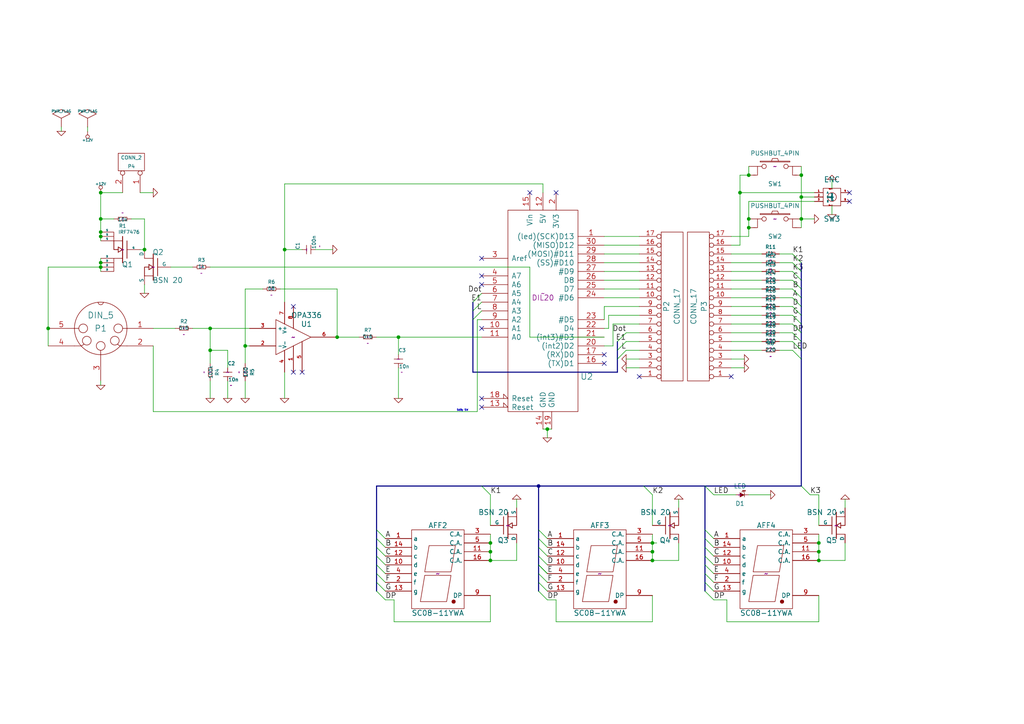
<source format=kicad_sch>
(kicad_sch (version 20230121) (generator eeschema)
  (paper "A4")
  (title_block (date "18 mar 2015"))
  (lib_symbols
    (symbol "irf7476:IRF7476" (pin_numbers hide) (pin_names (offset 0))
      (property "Reference" "Q" (at 0.254 4.318 0))
      (property "Value" "IRF7476" (at 1.27 -5.08 0))
      (symbol "IRF7476_0_0"
        (polyline (pts (xy 2.54 -2.54) (xy 2.54 -5.08)))
        (polyline (pts (xy 2.54 2.54) (xy 2.54 6.35)))
      )
      (symbol "IRF7476_0_1"
        (polyline (pts (xy -1.27 -2.54) (xy -1.27 2.54)) (stroke (width 0.2032)))
        (polyline (pts (xy 0 -3.81) (xy 0 3.81)) (stroke (width 0.254)))
        (polyline (pts (xy 2.54 -2.54) (xy 0 -2.54)))
        (polyline (pts (xy 2.54 2.54) (xy 0 2.54)))
        (polyline (pts (xy 2.54 -2.54) (xy 2.54 0) (xy 1.27 0)) (stroke (width 0.2032)))
        (polyline (pts (xy 1.27 0.762) (xy 1.27 -0.762) (xy 0 0) (xy 1.27 0.762) (xy 1.27 0.762)) (stroke (width 0.2032)))
      )
      (symbol "IRF7476_1_1"
        (pin input line (at 6.35 -2.54 180) (length 3.7084) (name "S") (number "1"))
        (pin input line (at 6.35 -3.81 180) (length 3.7084) (name "S") (number "2"))
        (pin input line (at 6.35 -5.08 180) (length 3.7084) (name "S") (number "3"))
        (pin input line (at -5.08 0 0) (length 3.81) (name "G") (number "4"))
        (pin input line (at 6.35 6.35 180) (length 3.7084) (name "D") (number "5"))
        (pin input line (at 6.35 5.08 180) (length 3.7084) (name "D") (number "6"))
        (pin input line (at 6.35 3.81 180) (length 3.7084) (name "D") (number "7"))
        (pin input line (at 6.35 2.54 180) (length 3.7084) (name "D") (number "8"))
      )
    )
    (symbol "sc08-11ywa:SC08-11YWA"
      (property "Reference" "AFF" (at 0 13.97 0))
      (property "Value" "SC08-11YWA" (at 0 -11.43 0))
      (symbol "SC08-11YWA_0_1"
        (rectangle (start -7.62 12.7) (end 7.62 -10.16))
        (polyline (pts (xy -3.81 -0.508) (xy 3.81 -0.508) (xy 2.54 -8.128) (xy -5.08 -8.128) (xy -3.81 -0.508) (xy -3.81 -0.508)))
        (polyline (pts (xy -2.54 8.128) (xy 5.08 8.128) (xy 3.81 0.508) (xy -3.81 0.508) (xy -2.54 8.128) (xy -2.54 8.128)))
        (circle (center 4.572 -8.128) (radius 0.508) (fill (type outline)))
      )
      (symbol "SC08-11YWA_1_1"
        (pin input line (at -15.24 10.16 0) (length 7.62) (name "a") (number "1"))
        (pin input line (at -15.24 2.54 0) (length 7.62) (name "d") (number "10"))
        (pin input line (at 15.24 6.35 180) (length 7.62) (name "C.A.") (number "11"))
        (pin input line (at -15.24 5.08 0) (length 7.62) (name "c") (number "12"))
        (pin input line (at -15.24 -5.08 0) (length 7.62) (name "g") (number "13"))
        (pin input line (at -15.24 7.62 0) (length 7.62) (name "b") (number "14"))
        (pin input line (at 15.24 3.81 180) (length 7.62) (name "C.A.") (number "16"))
        (pin input line (at -15.24 -2.54 0) (length 7.62) (name "f") (number "2"))
        (pin input line (at 15.24 11.43 180) (length 7.62) (name "C.A.") (number "3"))
        (pin input line (at -15.24 0 0) (length 7.62) (name "e") (number "4"))
        (pin input line (at 15.24 8.89 180) (length 7.62) (name "C.A.") (number "5"))
        (pin input line (at 15.24 -6.35 180) (length 7.62) (name "DP") (number "9"))
      )
    )
    (symbol "station-rescue:+12V" (power) (pin_numbers hide) (pin_names (offset 0))
      (property "Value" "+12V" (at 0 2.54 0))
      (symbol "+12V_0_0"
        (pin power_in line (at 0 0 90) (length 0) hide (name "+12V") (number "1"))
      )
      (symbol "+12V_0_1"
        (polyline (pts (xy 0 0) (xy 0 1.016) (xy 0 1.016)))
        (circle (center 0 1.524) (radius 0.508))
      )
    )
    (symbol "station-rescue:Arduino_Nano" (pin_names (offset 1.016))
      (property "Reference" "U" (at 12.7 -24.13 0))
      (property "Value" "Arduino_Nano" (at 19.05 -26.67 0))
      (property "Footprint" "DIL20" (at 0 -1.27 0))
      (symbol "Arduino_Nano_0_0"
        (pin power_in line (at 0 -39.37 90) (length 5.08) (name "GND") (number "14"))
        (pin power_in line (at -3.81 29.21 270) (length 5.08) (name "Vin") (number "15"))
      )
      (symbol "Arduino_Nano_0_1"
        (rectangle (start -10.16 24.13) (end 10.16 -34.29))
      )
      (symbol "Arduino_Nano_1_1"
        (pin input line (at 17.78 16.51 180) (length 7.62) (name "(led)(SCK)D13") (number "1"))
        (pin bidirectional line (at -17.78 -10.16 0) (length 7.62) (name "A1") (number "10"))
        (pin bidirectional line (at -17.78 -12.7 0) (length 7.62) (name "A0") (number "11"))
        (pin power_out line (at 0 29.21 270) (length 5.08) (name "5V") (number "12"))
        (pin input input_low (at -17.78 -33.02 0) (length 7.62) (name "Reset") (number "13"))
        (pin bidirectional line (at 17.78 -20.32 180) (length 7.62) (name "(TX)D1") (number "16"))
        (pin bidirectional line (at 17.78 -17.78 180) (length 7.62) (name "(RX)D0") (number "17"))
        (pin input input_low (at -17.78 -30.48 0) (length 7.62) (name "Reset") (number "18"))
        (pin power_in line (at 2.54 -39.37 90) (length 5.08) (name "GND") (number "19"))
        (pin power_out line (at 3.81 29.21 270) (length 5.08) (name "3V3") (number "2"))
        (pin bidirectional line (at 17.78 -15.24 180) (length 7.62) (name "(int2)D2") (number "20"))
        (pin bidirectional line (at 17.78 -12.7 180) (length 7.62) (name "(int3)#D3") (number "21"))
        (pin bidirectional line (at 17.78 -10.16 180) (length 7.62) (name "D4") (number "22"))
        (pin bidirectional line (at 17.78 -7.62 180) (length 7.62) (name "#D5") (number "23"))
        (pin bidirectional line (at 17.78 -1.27 180) (length 7.62) (name "#D6") (number "24"))
        (pin bidirectional line (at 17.78 1.27 180) (length 7.62) (name "D7") (number "25"))
        (pin bidirectional line (at 17.78 3.81 180) (length 7.62) (name "D8") (number "26"))
        (pin bidirectional line (at 17.78 6.35 180) (length 7.62) (name "#D9") (number "27"))
        (pin bidirectional line (at 17.78 8.89 180) (length 7.62) (name "(SS)#D10") (number "28"))
        (pin bidirectional line (at 17.78 11.43 180) (length 7.62) (name "(MOSI)#D11") (number "29"))
        (pin input line (at -17.78 10.16 0) (length 7.62) (name "Aref") (number "3"))
        (pin bidirectional line (at 17.78 13.97 180) (length 7.62) (name "(MISO)D12") (number "30"))
        (pin bidirectional line (at -17.78 5.08 0) (length 7.62) (name "A7") (number "4"))
        (pin bidirectional line (at -17.78 2.54 0) (length 7.62) (name "A6") (number "5"))
        (pin bidirectional line (at -17.78 0 0) (length 7.62) (name "A5") (number "6"))
        (pin bidirectional line (at -17.78 -2.54 0) (length 7.62) (name "A4") (number "7"))
        (pin bidirectional line (at -17.78 -5.08 0) (length 7.62) (name "A3") (number "8"))
        (pin bidirectional line (at -17.78 -7.62 0) (length 7.62) (name "A2") (number "9"))
      )
    )
    (symbol "station-rescue:C" (pin_numbers hide) (pin_names (offset 0.254))
      (property "Reference" "C" (at 1.27 0.254 0))
      (property "Value" "C" (at 1.27 -1.524 0))
      (symbol "C_0_1"
        (polyline (pts (xy -1.27 0) (xy 1.27 0) (xy 1.27 0)))
        (polyline (pts (xy 1.27 -1.27) (xy -1.27 -1.27) (xy -1.27 -1.27)))
      )
      (symbol "C_1_1"
        (pin passive line (at 0 1.27 270) (length 1.27) (name "~") (number "1"))
        (pin passive line (at 0 -2.54 90) (length 1.27) (name "~") (number "2"))
      )
    )
    (symbol "station-rescue:CONN_17" (pin_names (offset 1.016) hide)
      (property "Reference" "P" (at -1.016 0 90))
      (property "Value" "CONN_17" (at 2.032 0 90))
      (symbol "CONN_17_0_1"
        (rectangle (start -2.54 21.59) (end 3.81 -21.59))
      )
      (symbol "CONN_17_1_1"
        (pin passive inverted (at -8.89 20.32 0) (length 6.35) (name "P1") (number "1"))
        (pin passive inverted (at -8.89 -2.54 0) (length 6.35) (name "P10") (number "10"))
        (pin passive inverted (at -8.89 -5.08 0) (length 6.35) (name "P11") (number "11"))
        (pin passive inverted (at -8.89 -7.62 0) (length 6.35) (name "P12") (number "12"))
        (pin passive inverted (at -8.89 -10.16 0) (length 6.35) (name "P13") (number "13"))
        (pin passive inverted (at -8.89 -12.7 0) (length 6.35) (name "P14") (number "14"))
        (pin passive inverted (at -8.89 -15.24 0) (length 6.35) (name "P15") (number "15"))
        (pin passive inverted (at -8.89 -17.78 0) (length 6.35) (name "P16") (number "16"))
        (pin passive inverted (at -8.89 -20.32 0) (length 6.35) (name "P17") (number "17"))
        (pin passive inverted (at -8.89 17.78 0) (length 6.35) (name "P2") (number "2"))
        (pin passive inverted (at -8.89 15.24 0) (length 6.35) (name "P3") (number "3"))
        (pin passive inverted (at -8.89 12.7 0) (length 6.35) (name "P4") (number "4"))
        (pin passive inverted (at -8.89 10.16 0) (length 6.35) (name "P5") (number "5"))
        (pin passive inverted (at -8.89 7.62 0) (length 6.35) (name "P6") (number "6"))
        (pin passive inverted (at -8.89 5.08 0) (length 6.35) (name "P7") (number "7"))
        (pin passive inverted (at -8.89 2.54 0) (length 6.35) (name "P8") (number "8"))
        (pin passive inverted (at -8.89 0 0) (length 6.35) (name "P9") (number "9"))
      )
    )
    (symbol "station-rescue:CONN_2" (pin_names (offset 1.016) hide)
      (property "Reference" "P" (at -1.27 0 90))
      (property "Value" "CONN_2" (at 1.27 0 90))
      (symbol "CONN_2_0_1"
        (rectangle (start -2.54 3.81) (end 2.54 -3.81))
      )
      (symbol "CONN_2_1_1"
        (pin passive inverted (at -8.89 2.54 0) (length 6.35) (name "P1") (number "1"))
        (pin passive inverted (at -8.89 -2.54 0) (length 6.35) (name "PM") (number "2"))
      )
    )
    (symbol "station-rescue:DIN_5" (pin_names (offset 1.016) hide)
      (property "Reference" "P" (at 0 0 0))
      (property "Value" "DIN_5" (at 0 -3.81 0))
      (symbol "DIN_5_0_1"
        (circle (center -5.08 0) (radius 1.27))
        (circle (center -4.0894 3.556) (radius 1.27))
        (arc (start 0 -6.858) (mid -0.5388 -7.0812) (end -0.762 -7.62))
        (polyline (pts (xy -7.62 5.08) (xy -5.588 5.08)))
        (polyline (pts (xy -6.35 0) (xy -7.62 0)))
        (polyline (pts (xy -5.588 5.08) (xy -4.826 4.572)))
        (polyline (pts (xy 0 6.35) (xy 0 7.62)))
        (polyline (pts (xy 5.5626 5.08) (xy 4.826 4.572)))
        (polyline (pts (xy 6.35 0) (xy 7.62 0)))
        (polyline (pts (xy 7.62 5.08) (xy 5.5626 5.08)))
        (circle (center 0 0) (radius 7.62))
        (circle (center 0 5.08) (radius 1.27))
        (arc (start 0.762 -7.62) (mid 0.5388 -7.0812) (end 0 -6.858))
        (circle (center 4.0386 3.556) (radius 1.27))
        (circle (center 5.08 0) (radius 1.27))
      )
      (symbol "DIN_5_1_1"
        (pin passive line (at -15.24 0 0) (length 7.62) (name "1") (number "1"))
        (pin passive line (at -15.24 5.08 0) (length 7.62) (name "2") (number "2"))
        (pin passive line (at 0 15.24 270) (length 7.62) (name "3") (number "3"))
        (pin passive line (at 15.24 5.08 180) (length 7.62) (name "4") (number "4"))
        (pin passive line (at 15.24 0 180) (length 7.62) (name "5") (number "5"))
      )
    )
    (symbol "station-rescue:ENC" (pin_names (offset 1.016))
      (property "Reference" "SW" (at 0 -6.35 0))
      (property "Value" "ENC" (at 0 5.08 0))
      (symbol "ENC_0_1"
        (rectangle (start -2.54 -2.54) (end 2.54 -2.54))
        (rectangle (start -2.54 2.54) (end -2.54 -2.54))
        (circle (center 0 0) (radius 1.27))
        (rectangle (start 2.54 -2.54) (end 2.54 2.54))
        (rectangle (start 2.54 2.54) (end -2.54 2.54))
      )
      (symbol "ENC_1_1"
        (pin passive line (at -5.08 1.27 0) (length 2.4892) (name "A") (number "1"))
        (pin passive line (at -5.08 0 0) (length 2.4892) (name "Gnd") (number "2"))
        (pin passive line (at -5.08 -1.27 0) (length 2.4892) (name "B") (number "3"))
        (pin passive line (at 5.08 1.27 180) (length 2.4892) (name "~") (number "4"))
        (pin passive line (at 5.08 -1.27 180) (length 2.4892) (name "~") (number "5"))
        (pin passive line (at 0 2.54 270) (length 0.3048) (name "gnd") (number "6"))
        (pin passive line (at 0 -2.54 90) (length 0.3048) (name "gnd") (number "7"))
      )
    )
    (symbol "station-rescue:GND" (power) (pin_names (offset 0))
      (symbol "GND_0_1"
        (polyline (pts (xy -1.27 0) (xy 0 -1.27) (xy 1.27 0) (xy -1.27 0)))
      )
      (symbol "GND_1_1"
        (pin power_in line (at 0 0 90) (length 0) hide (name "GND") (number "1"))
      )
    )
    (symbol "station-rescue:LED" (pin_numbers hide) (pin_names (offset 1.016) hide)
      (property "Reference" "LD" (at 0 2.54 0))
      (property "Value" "LED" (at 0 -2.54 0))
      (symbol "LED_0_1"
        (polyline (pts (xy 0.508 -0.762) (xy 1.016 -1.27) (xy 1.016 -1.27)))
        (polyline (pts (xy 1.016 -0.762) (xy 1.524 -1.27) (xy 1.524 -1.27)))
        (polyline (pts (xy 1.27 -0.635) (xy 1.27 0.635) (xy 1.27 0.635)))
        (polyline (pts (xy 1.27 0) (xy 0 0.635) (xy 0 -0.635) (xy 0 -0.635)) (fill (type outline)))
        (polyline (pts (xy 1.524 -1.27) (xy 1.27 -1.27) (xy 1.524 -1.016) (xy 1.524 -1.27) (xy 1.524 -1.27)) (fill (type outline)))
        (polyline (pts (xy 1.016 -1.27) (xy 0.762 -1.27) (xy 1.016 -1.016) (xy 1.016 -1.27) (xy 1.016 -1.27) (xy 1.016 -1.27)) (fill (type outline)))
      )
      (symbol "LED_1_1"
        (pin passive line (at -1.27 0 0) (length 1.27) (name "A") (number "1"))
        (pin passive line (at 2.54 0 180) (length 1.27) (name "K") (number "2"))
      )
    )
    (symbol "station-rescue:MOS_N" (pin_numbers hide) (pin_names (offset 0))
      (property "Reference" "Q" (at 0.254 4.318 0))
      (property "Value" "MOS_N" (at 0.254 -3.81 0))
      (symbol "MOS_N_0_1"
        (polyline (pts (xy -1.27 -2.54) (xy -1.27 2.54)) (stroke (width 0.2032)))
        (polyline (pts (xy 0 -3.81) (xy 0 3.81)) (stroke (width 0.254)))
        (polyline (pts (xy 2.54 -2.54) (xy 0 -2.54)))
        (polyline (pts (xy 2.54 2.54) (xy 0 2.54)))
        (polyline (pts (xy 2.54 -2.54) (xy 2.54 0) (xy 1.27 0)) (stroke (width 0.2032)))
        (polyline (pts (xy 1.27 0.762) (xy 1.27 -0.762) (xy 0 0) (xy 1.27 0.762) (xy 1.27 0.762)) (stroke (width 0.2032)))
      )
      (symbol "MOS_N_1_1"
        (pin passive line (at 2.54 5.08 270) (length 2.54) (name "D") (number "D"))
        (pin input line (at -5.08 0 0) (length 3.81) (name "G") (number "G"))
        (pin passive line (at 2.54 -5.08 90) (length 2.54) (name "S") (number "S"))
      )
    )
    (symbol "station-rescue:OPA336"
      (property "Reference" "U" (at 3.81 3.81 0))
      (property "Value" "OPA336" (at 3.81 6.35 0))
      (symbol "OPA336_0_1"
        (polyline (pts (xy -5.08 5.08) (xy 5.08 0) (xy -5.08 -5.08) (xy -5.08 5.08)))
      )
      (symbol "OPA336_1_1"
        (pin input line (at 0 -10.16 90) (length 7.62) (name "~") (number "1"))
        (pin input line (at -12.7 -2.54 0) (length 7.62) (name "-") (number "2"))
        (pin input line (at -12.7 2.54 0) (length 7.62) (name "+") (number "3"))
        (pin input line (at -2.54 -10.16 90) (length 6.35) (name "V-") (number "4"))
        (pin input line (at 2.54 -10.16 90) (length 8.89) (name "~") (number "5"))
        (pin output line (at 12.7 0 180) (length 7.62) (name "~") (number "6"))
        (pin input line (at -2.54 10.16 270) (length 6.35) (name "V+") (number "7"))
        (pin input line (at 0 8.89 270) (length 6.35) (name "~") (number "8"))
      )
    )
    (symbol "station-rescue:PWR_FLAG" (power) (pin_numbers hide) (pin_names (offset 0) hide)
      (property "Value" "PWR_FLAG" (at 0 5.842 0))
      (symbol "PWR_FLAG_0_0"
        (pin power_out line (at 0 0 90) (length 0) (name "pwr") (number "1"))
      )
      (symbol "PWR_FLAG_0_1"
        (polyline (pts (xy 0 0) (xy 0 2.54) (xy 0 2.54)))
        (polyline (pts (xy 0 2.54) (xy -2.54 3.81) (xy 0 5.08) (xy 2.54 3.81) (xy 0 2.54)))
      )
    )
    (symbol "station-rescue:Pushbut_4Pin" (pin_numbers hide) (pin_names (offset 1.016) hide)
      (property "Reference" "SW" (at 0 -5.08 0))
      (property "Value" "Pushbut_4Pin" (at 0 3.81 0))
      (symbol "Pushbut_4Pin_0_1"
        (rectangle (start -4.318 1.27) (end 4.318 1.524))
        (polyline (pts (xy -6.35 -2.54) (xy -5.08 -2.54) (xy -5.08 0)))
        (polyline (pts (xy 6.35 -2.54) (xy 5.08 -2.54) (xy 5.08 0)))
        (polyline (pts (xy -1.016 1.524) (xy -0.762 2.286) (xy 0.762 2.286) (xy 1.016 1.524)))
        (pin passive inverted (at -7.62 0 0) (length 5.08) (name "1") (number "1"))
        (pin passive inverted (at 7.62 0 180) (length 5.08) (name "2") (number "2"))
      )
      (symbol "Pushbut_4Pin_1_1"
        (pin passive line (at -7.62 -2.54 0) (length 2.0066) (name "1") (number "1"))
        (pin passive line (at 7.62 -2.54 180) (length 2.0066) (name "2") (number "2"))
      )
    )
    (symbol "station-rescue:R" (pin_numbers hide) (pin_names (offset 0))
      (property "Reference" "R" (at -1.27 1.27 90))
      (property "Value" "R" (at 1.27 1.27 90))
      (symbol "R_0_1"
        (rectangle (start 0.508 1.27) (end -0.508 -1.27))
      )
      (symbol "R_1_1"
        (pin passive line (at 0 2.54 270) (length 1.27) (name "~") (number "1"))
        (pin passive line (at 0 -2.54 90) (length 1.27) (name "~") (number "2"))
      )
    )
  )
  (junction (at 214.63 55.88))
  (junction (at 217.17 63.5))
  (junction (at 115.57 97.79))
  (junction (at 189.23 157.48))
  (junction (at 232.41 63.5))
  (junction (at 237.49 157.48))
  (junction (at 29.21 77.47))
  (junction (at 142.24 157.48))
  (junction (at 217.17 66.04))
  (junction (at 237.49 162.56))
  (junction (at 142.24 160.02))
  (junction (at 13.97 95.25))
  (junction (at 142.24 162.56))
  (junction (at 29.21 76.2))
  (junction (at 158.75 124.46))
  (junction (at 237.49 160.02))
  (junction (at 232.41 50.8))
  (junction (at 29.21 55.88))
  (junction (at 156.21 140.97))
  (junction (at 71.12 100.33))
  (junction (at 217.17 50.8))
  (junction (at 29.21 68.58))
  (junction (at 82.55 72.39))
  (junction (at 97.79 97.79))
  (junction (at 60.96 101.6))
  (junction (at 29.21 63.5))
  (junction (at 232.41 57.15))
  (junction (at 189.23 160.02))
  (junction (at 29.21 67.31))
  (junction (at 60.96 95.25))
  (junction (at 189.23 162.56))
  (junction (at 41.91 72.39))
  (no_connect (at 85.09 88.9))
  (no_connect (at 139.7 115.57))
  (no_connect (at 85.09 107.95))
  (no_connect (at 87.63 107.95))
  (no_connect (at 175.26 102.87))
  (no_connect (at 161.29 55.88))
  (no_connect (at 246.38 55.88))
  (no_connect (at 139.7 82.55))
  (no_connect (at 212.09 109.22))
  (no_connect (at 139.7 118.11))
  (no_connect (at 139.7 80.01))
  (no_connect (at 185.42 109.22))
  (no_connect (at 246.38 58.42))
  (no_connect (at 175.26 105.41))
  (no_connect (at 153.67 55.88))
  (no_connect (at 139.7 95.25))
  (no_connect (at 139.7 74.93))
  (bus_entry (at 229.87 78.74) (size 2.54 2.54))
  (bus_entry (at 109.22 166.37) (size 2.54 2.54))
  (bus_entry (at 156.21 158.75) (size 2.54 2.54))
  (bus_entry (at 109.22 156.21) (size 2.54 2.54))
  (bus_entry (at 109.22 158.75) (size 2.54 2.54))
  (bus_entry (at 179.07 104.14) (size 2.54 -2.54))
  (bus_entry (at 229.87 93.98) (size 2.54 2.54))
  (bus_entry (at 139.7 140.97) (size 2.54 2.54))
  (bus_entry (at 109.22 161.29) (size 2.54 2.54))
  (bus_entry (at 179.07 99.06) (size 2.54 -2.54))
  (bus_entry (at 137.16 87.63) (size 2.54 -2.54))
  (bus_entry (at 109.22 168.91) (size 2.54 2.54))
  (bus_entry (at 137.16 90.17) (size 2.54 -2.54))
  (bus_entry (at 156.21 171.45) (size 2.54 2.54))
  (bus_entry (at 229.87 76.2) (size 2.54 2.54))
  (bus_entry (at 156.21 156.21) (size 2.54 2.54))
  (bus_entry (at 229.87 99.06) (size 2.54 2.54))
  (bus_entry (at 156.21 168.91) (size 2.54 2.54))
  (bus_entry (at 156.21 163.83) (size 2.54 2.54))
  (bus_entry (at 204.47 156.21) (size 2.54 2.54))
  (bus_entry (at 137.16 92.71) (size 2.54 -2.54))
  (bus_entry (at 109.22 163.83) (size 2.54 2.54))
  (bus_entry (at 156.21 153.67) (size 2.54 2.54))
  (bus_entry (at 156.21 163.83) (size 2.54 2.54))
  (bus_entry (at 229.87 73.66) (size 2.54 2.54))
  (bus_entry (at 156.21 166.37) (size 2.54 2.54))
  (bus_entry (at 229.87 86.36) (size 2.54 2.54))
  (bus_entry (at 204.47 153.67) (size 2.54 2.54))
  (bus_entry (at 204.47 161.29) (size 2.54 2.54))
  (bus_entry (at 204.47 166.37) (size 2.54 2.54))
  (bus_entry (at 156.21 161.29) (size 2.54 2.54))
  (bus_entry (at 204.47 168.91) (size 2.54 2.54))
  (bus_entry (at 109.22 171.45) (size 2.54 2.54))
  (bus_entry (at 229.87 91.44) (size 2.54 2.54))
  (bus_entry (at 109.22 153.67) (size 2.54 2.54))
  (bus_entry (at 232.41 140.97) (size 2.54 2.54))
  (bus_entry (at 229.87 81.28) (size 2.54 2.54))
  (bus_entry (at 229.87 101.6) (size 2.54 2.54))
  (bus_entry (at 179.07 101.6) (size 2.54 -2.54))
  (bus_entry (at 204.47 158.75) (size 2.54 2.54))
  (bus_entry (at 229.87 88.9) (size 2.54 2.54))
  (bus_entry (at 229.87 96.52) (size 2.54 2.54))
  (bus_entry (at 229.87 83.82) (size 2.54 2.54))
  (bus_entry (at 204.47 171.45) (size 2.54 2.54))
  (bus_entry (at 186.69 140.97) (size 2.54 2.54))
  (bus_entry (at 204.47 163.83) (size 2.54 2.54))
  (bus_entry (at 204.47 140.97) (size 2.54 2.54))
  (wire (pts (xy 185.42 78.74) (xy 175.26 78.74)))
  (wire (pts (xy 189.23 143.51) (xy 189.23 152.4)))
  (wire (pts (xy 71.12 83.82) (xy 76.2 83.82)))
  (wire (pts (xy 176.53 95.25) (xy 175.26 95.25)))
  (wire (pts (xy 29.21 67.31) (xy 29.21 68.58)))
  (wire (pts (xy 29.21 74.93) (xy 29.21 76.2)))
  (wire (pts (xy 185.42 71.12) (xy 175.26 71.12)))
  (wire (pts (xy 175.26 88.9) (xy 175.26 92.71)))
  (wire (pts (xy 44.45 95.25) (xy 50.8 95.25)))
  (bus (pts (xy 156.21 163.83) (xy 156.21 166.37)))
  (wire (pts (xy 185.42 76.2) (xy 175.26 76.2)))
  (bus (pts (xy 232.41 86.36) (xy 232.41 83.82)))
  (wire (pts (xy 177.8 93.98) (xy 177.8 100.33)))
  (bus (pts (xy 109.22 158.75) (xy 109.22 161.29)))
  (bus (pts (xy 232.41 78.74) (xy 232.41 76.2)))
  (wire (pts (xy 13.97 77.47) (xy 13.97 95.25)))
  (bus (pts (xy 156.21 140.97) (xy 186.69 140.97)))
  (wire (pts (xy 185.42 86.36) (xy 175.26 86.36)))
  (wire (pts (xy 212.09 91.44) (xy 220.98 91.44)))
  (wire (pts (xy 185.42 81.28) (xy 175.26 81.28)))
  (wire (pts (xy 212.09 81.28) (xy 220.98 81.28)))
  (wire (pts (xy 237.49 154.94) (xy 237.49 157.48)))
  (wire (pts (xy 185.42 93.98) (xy 177.8 93.98)))
  (wire (pts (xy 212.09 106.68) (xy 215.9 106.68)))
  (wire (pts (xy 226.06 101.6) (xy 229.87 101.6)))
  (wire (pts (xy 185.42 99.06) (xy 181.61 99.06)))
  (wire (pts (xy 82.55 72.39) (xy 82.55 53.34)))
  (wire (pts (xy 226.06 96.52) (xy 229.87 96.52)))
  (wire (pts (xy 241.3 52.07) (xy 241.3 54.61)))
  (bus (pts (xy 156.21 161.29) (xy 156.21 163.83)))
  (bus (pts (xy 232.41 101.6) (xy 232.41 99.06)))
  (wire (pts (xy 245.11 157.48) (xy 245.11 162.56)))
  (wire (pts (xy 115.57 97.79) (xy 115.57 102.87)))
  (wire (pts (xy 212.09 76.2) (xy 220.98 76.2)))
  (bus (pts (xy 156.21 156.21) (xy 156.21 158.75)))
  (wire (pts (xy 71.12 83.82) (xy 71.12 100.33)))
  (wire (pts (xy 185.42 104.14) (xy 181.61 104.14)))
  (wire (pts (xy 114.3 180.34) (xy 114.3 173.99)))
  (wire (pts (xy 226.06 83.82) (xy 229.87 83.82)))
  (wire (pts (xy 212.09 96.52) (xy 220.98 96.52)))
  (bus (pts (xy 179.07 107.95) (xy 137.16 107.95)))
  (wire (pts (xy 190.5 157.48) (xy 189.23 157.48)))
  (wire (pts (xy 217.17 68.58) (xy 212.09 68.58)))
  (wire (pts (xy 82.55 107.95) (xy 82.55 115.57)))
  (wire (pts (xy 207.01 173.99) (xy 210.82 173.99)))
  (wire (pts (xy 185.42 101.6) (xy 181.61 101.6)))
  (wire (pts (xy 60.96 77.47) (xy 153.67 77.47)))
  (bus (pts (xy 232.41 81.28) (xy 232.41 78.74)))
  (wire (pts (xy 226.06 78.74) (xy 229.87 78.74)))
  (bus (pts (xy 156.21 158.75) (xy 156.21 161.29)))
  (bus (pts (xy 156.21 140.97) (xy 156.21 153.67)))
  (bus (pts (xy 156.21 153.67) (xy 156.21 156.21)))
  (wire (pts (xy 232.41 57.15) (xy 232.41 63.5)))
  (wire (pts (xy 245.11 144.78) (xy 245.11 147.32)))
  (wire (pts (xy 189.23 172.72) (xy 189.23 180.34)))
  (wire (pts (xy 210.82 173.99) (xy 210.82 180.34)))
  (bus (pts (xy 232.41 140.97) (xy 232.41 104.14)))
  (wire (pts (xy 161.29 173.99) (xy 158.75 173.99)))
  (wire (pts (xy 217.17 50.8) (xy 217.17 48.26)))
  (wire (pts (xy 60.96 110.49) (xy 60.96 115.57)))
  (wire (pts (xy 60.96 95.25) (xy 72.39 95.25)))
  (bus (pts (xy 204.47 161.29) (xy 204.47 163.83)))
  (bus (pts (xy 204.47 158.75) (xy 204.47 161.29)))
  (bus (pts (xy 109.22 161.29) (xy 109.22 163.83)))
  (wire (pts (xy 237.49 157.48) (xy 237.49 160.02)))
  (wire (pts (xy 234.95 143.51) (xy 237.49 143.51)))
  (bus (pts (xy 109.22 140.97) (xy 109.22 153.67)))
  (wire (pts (xy 109.22 97.79) (xy 115.57 97.79)))
  (wire (pts (xy 114.3 173.99) (xy 111.76 173.99)))
  (wire (pts (xy 207.01 143.51) (xy 213.36 143.51)))
  (wire (pts (xy 161.29 180.34) (xy 161.29 173.99)))
  (wire (pts (xy 232.41 48.26) (xy 232.41 50.8)))
  (wire (pts (xy 71.12 100.33) (xy 71.12 105.41)))
  (wire (pts (xy 212.09 73.66) (xy 220.98 73.66)))
  (wire (pts (xy 237.49 143.51) (xy 237.49 152.4)))
  (wire (pts (xy 185.42 73.66) (xy 175.26 73.66)))
  (wire (pts (xy 241.3 62.23) (xy 241.3 59.69)))
  (bus (pts (xy 109.22 168.91) (xy 109.22 171.45)))
  (wire (pts (xy 157.48 124.46) (xy 158.75 124.46)))
  (wire (pts (xy 217.17 66.04) (xy 217.17 68.58)))
  (bus (pts (xy 179.07 101.6) (xy 179.07 104.14)))
  (wire (pts (xy 25.4 36.83) (xy 25.4 38.1)))
  (wire (pts (xy 214.63 71.12) (xy 212.09 71.12)))
  (bus (pts (xy 232.41 104.14) (xy 232.41 101.6)))
  (wire (pts (xy 66.04 101.6) (xy 60.96 101.6)))
  (wire (pts (xy 232.41 63.5) (xy 232.41 66.04)))
  (bus (pts (xy 204.47 163.83) (xy 204.47 166.37)))
  (wire (pts (xy 29.21 63.5) (xy 29.21 67.31)))
  (wire (pts (xy 55.88 95.25) (xy 60.96 95.25)))
  (wire (pts (xy 142.24 180.34) (xy 114.3 180.34)))
  (wire (pts (xy 44.45 119.38) (xy 138.43 119.38)))
  (wire (pts (xy 214.63 55.88) (xy 214.63 71.12)))
  (wire (pts (xy 212.09 101.6) (xy 220.98 101.6)))
  (wire (pts (xy 97.79 83.82) (xy 97.79 97.79)))
  (wire (pts (xy 214.63 50.8) (xy 217.17 50.8)))
  (wire (pts (xy 29.21 55.88) (xy 35.56 55.88)))
  (wire (pts (xy 153.67 97.79) (xy 175.26 97.79)))
  (bus (pts (xy 137.16 107.95) (xy 137.16 92.71)))
  (bus (pts (xy 232.41 91.44) (xy 232.41 88.9)))
  (wire (pts (xy 81.28 83.82) (xy 97.79 83.82)))
  (wire (pts (xy 41.91 72.39) (xy 41.91 63.5)))
  (bus (pts (xy 137.16 90.17) (xy 137.16 87.63)))
  (wire (pts (xy 237.49 160.02) (xy 237.49 162.56)))
  (wire (pts (xy 115.57 97.79) (xy 139.7 97.79)))
  (wire (pts (xy 139.7 92.71) (xy 138.43 92.71)))
  (wire (pts (xy 149.86 144.78) (xy 149.86 147.32)))
  (wire (pts (xy 236.22 55.88) (xy 214.63 55.88)))
  (wire (pts (xy 66.04 101.6) (xy 66.04 106.68)))
  (wire (pts (xy 189.23 160.02) (xy 189.23 162.56)))
  (wire (pts (xy 157.48 53.34) (xy 157.48 55.88)))
  (wire (pts (xy 196.85 162.56) (xy 189.23 162.56)))
  (wire (pts (xy 82.55 87.63) (xy 82.55 72.39)))
  (wire (pts (xy 40.64 55.88) (xy 44.45 55.88)))
  (wire (pts (xy 226.06 93.98) (xy 229.87 93.98)))
  (bus (pts (xy 109.22 140.97) (xy 139.7 140.97)))
  (wire (pts (xy 115.57 106.68) (xy 115.57 115.57)))
  (bus (pts (xy 139.7 140.97) (xy 156.21 140.97)))
  (wire (pts (xy 217.17 58.42) (xy 217.17 63.5)))
  (wire (pts (xy 210.82 180.34) (xy 237.49 180.34)))
  (wire (pts (xy 60.96 95.25) (xy 60.96 101.6)))
  (wire (pts (xy 44.45 119.38) (xy 44.45 100.33)))
  (wire (pts (xy 196.85 144.78) (xy 196.85 147.32)))
  (wire (pts (xy 41.91 82.55) (xy 41.91 85.09)))
  (wire (pts (xy 91.44 72.39) (xy 96.52 72.39)))
  (wire (pts (xy 245.11 162.56) (xy 237.49 162.56)))
  (bus (pts (xy 156.21 166.37) (xy 156.21 168.91)))
  (bus (pts (xy 204.47 166.37) (xy 204.47 168.91)))
  (bus (pts (xy 232.41 83.82) (xy 232.41 81.28)))
  (wire (pts (xy 82.55 72.39) (xy 87.63 72.39)))
  (wire (pts (xy 29.21 110.49) (xy 29.21 111.76)))
  (wire (pts (xy 212.09 104.14) (xy 215.9 104.14)))
  (wire (pts (xy 29.21 76.2) (xy 29.21 77.47)))
  (wire (pts (xy 158.75 127) (xy 158.75 124.46)))
  (wire (pts (xy 226.06 91.44) (xy 229.87 91.44)))
  (bus (pts (xy 186.69 140.97) (xy 204.47 140.97)))
  (wire (pts (xy 142.24 143.51) (xy 142.24 152.4)))
  (bus (pts (xy 109.22 153.67) (xy 109.22 156.21)))
  (wire (pts (xy 236.22 57.15) (xy 232.41 57.15)))
  (wire (pts (xy 217.17 63.5) (xy 217.17 66.04)))
  (wire (pts (xy 185.42 83.82) (xy 175.26 83.82)))
  (wire (pts (xy 176.53 91.44) (xy 176.53 95.25)))
  (wire (pts (xy 142.24 157.48) (xy 142.24 160.02)))
  (wire (pts (xy 40.64 72.39) (xy 41.91 72.39)))
  (wire (pts (xy 212.09 78.74) (xy 220.98 78.74)))
  (wire (pts (xy 142.24 154.94) (xy 142.24 157.48)))
  (bus (pts (xy 204.47 168.91) (xy 204.47 171.45)))
  (bus (pts (xy 109.22 163.83) (xy 109.22 166.37)))
  (wire (pts (xy 226.06 86.36) (xy 229.87 86.36)))
  (wire (pts (xy 60.96 101.6) (xy 60.96 105.41)))
  (bus (pts (xy 204.47 153.67) (xy 204.47 156.21)))
  (wire (pts (xy 153.67 77.47) (xy 153.67 97.79)))
  (wire (pts (xy 226.06 99.06) (xy 229.87 99.06)))
  (wire (pts (xy 33.02 63.5) (xy 29.21 63.5)))
  (bus (pts (xy 232.41 99.06) (xy 232.41 96.52)))
  (wire (pts (xy 212.09 86.36) (xy 220.98 86.36)))
  (wire (pts (xy 66.04 110.49) (xy 66.04 115.57)))
  (wire (pts (xy 185.42 91.44) (xy 176.53 91.44)))
  (wire (pts (xy 214.63 50.8) (xy 214.63 55.88)))
  (bus (pts (xy 204.47 140.97) (xy 204.47 153.67)))
  (wire (pts (xy 142.24 160.02) (xy 142.24 162.56)))
  (wire (pts (xy 196.85 157.48) (xy 196.85 162.56)))
  (wire (pts (xy 189.23 157.48) (xy 189.23 160.02)))
  (bus (pts (xy 156.21 168.91) (xy 156.21 171.45)))
  (wire (pts (xy 71.12 110.49) (xy 71.12 115.57)))
  (wire (pts (xy 217.17 58.42) (xy 236.22 58.42)))
  (wire (pts (xy 185.42 96.52) (xy 181.61 96.52)))
  (wire (pts (xy 189.23 154.94) (xy 189.23 157.48)))
  (wire (pts (xy 17.78 36.83) (xy 17.78 38.1)))
  (wire (pts (xy 212.09 83.82) (xy 220.98 83.82)))
  (wire (pts (xy 13.97 95.25) (xy 13.97 100.33)))
  (wire (pts (xy 29.21 77.47) (xy 29.21 78.74)))
  (wire (pts (xy 177.8 100.33) (xy 175.26 100.33)))
  (wire (pts (xy 232.41 50.8) (xy 232.41 57.15)))
  (wire (pts (xy 226.06 88.9) (xy 229.87 88.9)))
  (wire (pts (xy 149.86 157.48) (xy 149.86 162.56)))
  (wire (pts (xy 226.06 81.28) (xy 229.87 81.28)))
  (wire (pts (xy 226.06 76.2) (xy 229.87 76.2)))
  (wire (pts (xy 29.21 55.88) (xy 29.21 63.5)))
  (wire (pts (xy 97.79 97.79) (xy 104.14 97.79)))
  (wire (pts (xy 149.86 162.56) (xy 142.24 162.56)))
  (bus (pts (xy 204.47 156.21) (xy 204.47 158.75)))
  (bus (pts (xy 232.41 88.9) (xy 232.41 86.36)))
  (bus (pts (xy 179.07 104.14) (xy 179.07 107.95)))
  (wire (pts (xy 138.43 92.71) (xy 138.43 119.38)))
  (bus (pts (xy 232.41 93.98) (xy 232.41 91.44)))
  (bus (pts (xy 179.07 99.06) (xy 179.07 101.6)))
  (wire (pts (xy 212.09 99.06) (xy 220.98 99.06)))
  (wire (pts (xy 82.55 53.34) (xy 157.48 53.34)))
  (wire (pts (xy 212.09 88.9) (xy 220.98 88.9)))
  (wire (pts (xy 41.91 63.5) (xy 38.1 63.5)))
  (wire (pts (xy 29.21 77.47) (xy 13.97 77.47)))
  (bus (pts (xy 232.41 96.52) (xy 232.41 93.98)))
  (bus (pts (xy 109.22 156.21) (xy 109.22 158.75)))
  (wire (pts (xy 217.17 143.51) (xy 223.52 143.51)))
  (wire (pts (xy 232.41 63.5) (xy 236.22 63.5)))
  (wire (pts (xy 72.39 100.33) (xy 71.12 100.33)))
  (bus (pts (xy 109.22 166.37) (xy 109.22 168.91)))
  (wire (pts (xy 142.24 172.72) (xy 142.24 180.34)))
  (wire (pts (xy 49.53 77.47) (xy 55.88 77.47)))
  (wire (pts (xy 185.42 88.9) (xy 175.26 88.9)))
  (wire (pts (xy 29.21 68.58) (xy 29.21 69.85)))
  (wire (pts (xy 212.09 93.98) (xy 220.98 93.98)))
  (wire (pts (xy 226.06 73.66) (xy 229.87 73.66)))
  (wire (pts (xy 158.75 124.46) (xy 160.02 124.46)))
  (wire (pts (xy 189.23 180.34) (xy 161.29 180.34)))
  (bus (pts (xy 137.16 92.71) (xy 137.16 90.17)))
  (wire (pts (xy 185.42 106.68) (xy 181.61 106.68)))
  (bus (pts (xy 204.47 140.97) (xy 232.41 140.97)))
  (wire (pts (xy 175.26 68.58) (xy 185.42 68.58)))
  (wire (pts (xy 237.49 180.34) (xy 237.49 172.72)))
  (text "SdBy SW" (at 135.89 119.38 0) (effects (font (size 0.508 0.508)) (justify right bottom)))
  (label "E" (at 111.76 166.37 0) (effects (font (size 1.524 1.524))))
  (label "G" (at 207.01 171.45 0) (effects (font (size 1.524 1.524))))
  (label "K2" (at 229.87 76.2 0) (effects (font (size 1.524 1.524))))
  (label "C" (at 207.01 161.29 0) (effects (font (size 1.524 1.524))))
  (label "K3" (at 229.87 78.74 0) (effects (font (size 1.524 1.524))))
  (label "G" (at 229.87 91.44 0) (effects (font (size 1.524 1.524))))
  (label "B" (at 158.75 158.75 0) (effects (font (size 1.524 1.524))))
  (label "F" (at 111.76 168.91 0) (effects (font (size 1.524 1.524))))
  (label "Dot" (at 181.61 96.52 180) (effects (font (size 1.524 1.524))))
  (label "F" (at 158.75 168.91 0) (effects (font (size 1.524 1.524))))
  (label "LED" (at 229.87 101.6 0) (effects (font (size 1.524 1.524))))
  (label "D" (at 158.75 163.83 0) (effects (font (size 1.524 1.524))))
  (label "E" (at 158.75 166.37 0) (effects (font (size 1.524 1.524))))
  (label "E1" (at 181.61 99.06 180) (effects (font (size 1.524 1.524))))
  (label "D" (at 229.87 88.9 0) (effects (font (size 1.524 1.524))))
  (label "K3" (at 234.95 143.51 0) (effects (font (size 1.524 1.524))))
  (label "F" (at 207.01 168.91 0) (effects (font (size 1.524 1.524))))
  (label "A" (at 158.75 156.21 0) (effects (font (size 1.524 1.524))))
  (label "B" (at 207.01 158.75 0) (effects (font (size 1.524 1.524))))
  (label "B" (at 111.76 158.75 0) (effects (font (size 1.524 1.524))))
  (label "C" (at 111.76 161.29 0) (effects (font (size 1.524 1.524))))
  (label "E" (at 229.87 99.06 0) (effects (font (size 1.524 1.524))))
  (label "DP" (at 229.87 96.52 0) (effects (font (size 1.524 1.524))))
  (label "A" (at 229.87 86.36 0) (effects (font (size 1.524 1.524))))
  (label "L" (at 139.7 90.17 180) (effects (font (size 1.524 1.524))))
  (label "A" (at 207.01 156.21 0) (effects (font (size 1.524 1.524))))
  (label "L" (at 181.61 101.6 180) (effects (font (size 1.524 1.524))))
  (label "B" (at 229.87 83.82 0) (effects (font (size 1.524 1.524))))
  (label "G" (at 158.75 171.45 0) (effects (font (size 1.524 1.524))))
  (label "A" (at 111.76 156.21 0) (effects (font (size 1.524 1.524))))
  (label "C" (at 229.87 81.28 0) (effects (font (size 1.524 1.524))))
  (label "D" (at 111.76 163.83 0) (effects (font (size 1.524 1.524))))
  (label "D" (at 207.01 163.83 0) (effects (font (size 1.524 1.524))))
  (label "K2" (at 189.23 143.51 0) (effects (font (size 1.524 1.524))))
  (label "E1" (at 139.7 87.63 180) (effects (font (size 1.524 1.524))))
  (label "E" (at 207.01 166.37 0) (effects (font (size 1.524 1.524))))
  (label "K1" (at 142.24 143.51 0) (effects (font (size 1.524 1.524))))
  (label "C" (at 158.75 161.29 0) (effects (font (size 1.524 1.524))))
  (label "F" (at 229.87 93.98 0) (effects (font (size 1.524 1.524))))
  (label "K1" (at 229.87 73.66 0) (effects (font (size 1.524 1.524))))
  (label "DP" (at 111.76 173.99 0) (effects (font (size 1.524 1.524))))
  (label "Dot" (at 139.7 85.09 180) (effects (font (size 1.524 1.524))))
  (label "DP" (at 158.75 173.99 0) (effects (font (size 1.524 1.524))))
  (label "LED" (at 207.01 143.51 0) (effects (font (size 1.524 1.524))))
  (label "G" (at 111.76 171.45 0) (effects (font (size 1.524 1.524))))
  (label "DP" (at 207.01 173.99 0) (effects (font (size 1.524 1.524))))
  (symbol (lib_id "station-rescue:MOS_N") (at 194.31 152.4 0) (mirror x) (unit 1)
    (property "Reference" "Q4" (at 194.564 156.718 0) (effects (font (size 1.524 1.524)) (justify right)))
    (property "Value" "BSN 20" (at 194.564 148.59 0) (effects (font (size 1.524 1.524)) (justify right)))
    (property "Footprint" "~" (at 194.31 152.4 0) (effects (font (size 1.524 1.524))))
    (property "Datasheet" "~" (at 194.31 152.4 0) (effects (font (size 1.524 1.524))))
  )
  (symbol (lib_id "station-rescue:MOS_N") (at 147.32 152.4 0) (mirror x) (unit 1)
    (property "Reference" "Q3" (at 147.574 156.718 0) (effects (font (size 1.524 1.524)) (justify right)))
    (property "Value" "BSN 20" (at 147.574 148.59 0) (effects (font (size 1.524 1.524)) (justify right)))
    (property "Footprint" "~" (at 147.32 152.4 0) (effects (font (size 1.524 1.524))))
    (property "Datasheet" "~" (at 147.32 152.4 0) (effects (font (size 1.524 1.524))))
  )
  (symbol (lib_id "station-rescue:MOS_N") (at 242.57 152.4 0) (mirror x) (unit 1)
    (property "Reference" "Q5" (at 242.824 156.718 0) (effects (font (size 1.524 1.524)) (justify right)))
    (property "Value" "BSN 20" (at 242.824 148.59 0) (effects (font (size 1.524 1.524)) (justify right)))
    (property "Footprint" "~" (at 242.57 152.4 0) (effects (font (size 1.524 1.524))))
    (property "Datasheet" "~" (at 242.57 152.4 0) (effects (font (size 1.524 1.524))))
  )
  (symbol (lib_id "station-rescue:R") (at 53.34 95.25 90) (unit 1)
    (property "Reference" "R2" (at 53.34 93.218 90) (effects (font (size 1.016 1.016))))
    (property "Value" "5k6" (at 53.3146 95.0722 90) (effects (font (size 1.016 1.016))))
    (property "Footprint" "~" (at 53.34 97.028 90) (effects (font (size 0.762 0.762))))
    (property "Datasheet" "~" (at 53.34 95.25 0) (effects (font (size 0.762 0.762))))
  )
  (symbol (lib_id "station-rescue:R") (at 60.96 107.95 0) (unit 1)
    (property "Reference" "R4" (at 62.992 107.95 90) (effects (font (size 1.016 1.016))))
    (property "Value" "100k" (at 61.1378 107.9246 90) (effects (font (size 1.016 1.016))))
    (property "Footprint" "~" (at 59.182 107.95 90) (effects (font (size 0.762 0.762))))
    (property "Datasheet" "~" (at 60.96 107.95 0) (effects (font (size 0.762 0.762))))
  )
  (symbol (lib_id "station-rescue:C") (at 66.04 107.95 0) (unit 1)
    (property "Reference" "C2" (at 66.04 105.41 0) (effects (font (size 1.016 1.016)) (justify left)))
    (property "Value" "10n" (at 66.1924 110.109 0) (effects (font (size 1.016 1.016)) (justify left)))
    (property "Footprint" "~" (at 67.0052 111.76 0) (effects (font (size 0.762 0.762))))
    (property "Datasheet" "~" (at 66.04 107.95 0) (effects (font (size 1.524 1.524))))
  )
  (symbol (lib_id "station-rescue:R") (at 71.12 107.95 0) (unit 1)
    (property "Reference" "R5" (at 73.152 107.95 90) (effects (font (size 1.016 1.016))))
    (property "Value" "100" (at 71.2978 107.9246 90) (effects (font (size 1.016 1.016))))
    (property "Footprint" "~" (at 69.342 107.95 90) (effects (font (size 0.762 0.762))))
    (property "Datasheet" "~" (at 71.12 107.95 0) (effects (font (size 0.762 0.762))))
  )
  (symbol (lib_id "station-rescue:R") (at 78.74 83.82 90) (unit 1)
    (property "Reference" "R6" (at 78.74 81.788 90) (effects (font (size 1.016 1.016))))
    (property "Value" "68" (at 78.7146 83.6422 90) (effects (font (size 1.016 1.016))))
    (property "Footprint" "~" (at 78.74 85.598 90) (effects (font (size 0.762 0.762))))
    (property "Datasheet" "~" (at 78.74 83.82 0) (effects (font (size 0.762 0.762))))
  )
  (symbol (lib_id "station-rescue:R") (at 106.68 97.79 90) (unit 1)
    (property "Reference" "R7" (at 106.68 95.758 90) (effects (font (size 1.016 1.016))))
    (property "Value" "5k6" (at 106.6546 97.6122 90) (effects (font (size 1.016 1.016))))
    (property "Footprint" "~" (at 106.68 99.568 90) (effects (font (size 0.762 0.762))))
    (property "Datasheet" "~" (at 106.68 97.79 0) (effects (font (size 0.762 0.762))))
  )
  (symbol (lib_id "station-rescue:C") (at 115.57 104.14 0) (unit 1)
    (property "Reference" "C3" (at 115.57 101.6 0) (effects (font (size 1.016 1.016)) (justify left)))
    (property "Value" "10n" (at 115.7224 106.299 0) (effects (font (size 1.016 1.016)) (justify left)))
    (property "Footprint" "~" (at 116.5352 107.95 0) (effects (font (size 0.762 0.762))))
    (property "Datasheet" "~" (at 115.57 104.14 0) (effects (font (size 1.524 1.524))))
  )
  (symbol (lib_id "station-rescue:R") (at 223.52 101.6 90) (unit 1)
    (property "Reference" "R8" (at 223.52 99.568 90) (effects (font (size 1.016 1.016))))
    (property "Value" "220" (at 223.4946 101.4222 90) (effects (font (size 1.016 1.016))))
    (property "Footprint" "~" (at 223.52 103.378 90) (effects (font (size 0.762 0.762))))
    (property "Datasheet" "~" (at 223.52 101.6 0) (effects (font (size 0.762 0.762))))
  )
  (symbol (lib_id "station-rescue:LED") (at 214.63 143.51 0) (mirror x) (unit 1)
    (property "Reference" "D1" (at 214.63 146.05 0))
    (property "Value" "LED" (at 214.63 140.97 0))
    (property "Footprint" "~" (at 214.63 143.51 0) (effects (font (size 1.524 1.524))))
    (property "Datasheet" "~" (at 214.63 143.51 0) (effects (font (size 1.524 1.524))))
  )
  (symbol (lib_id "station-rescue:GND") (at 60.96 115.57 0) (unit 1)
    (property "Reference" "#PWR01" (effects hide))
    (property "Value" "GND" (effects hide))
  )
  (symbol (lib_id "station-rescue:GND") (at 66.04 115.57 0) (unit 1)
    (property "Reference" "#PWR02" (effects hide))
    (property "Value" "GND" (effects hide))
  )
  (symbol (lib_id "station-rescue:GND") (at 71.12 115.57 0) (unit 1)
    (property "Reference" "#PWR03" (effects hide))
    (property "Value" "GND" (effects hide))
  )
  (symbol (lib_id "station-rescue:GND") (at 82.55 115.57 0) (unit 1)
    (property "Reference" "#PWR04" (effects hide))
    (property "Value" "GND" (effects hide))
  )
  (symbol (lib_id "station-rescue:GND") (at 115.57 115.57 0) (unit 1)
    (property "Reference" "#PWR05" (effects hide))
    (property "Value" "GND" (effects hide))
  )
  (symbol (lib_id "station-rescue:C") (at 88.9 72.39 90) (unit 1)
    (property "Reference" "C1" (at 86.36 72.39 0) (effects (font (size 1.016 1.016)) (justify left)))
    (property "Value" "100n" (at 91.059 72.2376 0) (effects (font (size 1.016 1.016)) (justify left)))
    (property "Footprint" "~" (at 92.71 71.4248 0) (effects (font (size 0.762 0.762))))
    (property "Datasheet" "~" (at 88.9 72.39 0) (effects (font (size 1.524 1.524))))
  )
  (symbol (lib_id "station-rescue:GND") (at 96.52 72.39 90) (unit 1)
    (property "Reference" "#PWR06" (effects hide))
    (property "Value" "GND" (effects hide))
  )
  (symbol (lib_id "station-rescue:GND") (at 17.78 38.1 0) (unit 1)
    (property "Reference" "#PWR07" (effects hide))
    (property "Value" "GND" (effects hide))
  )
  (symbol (lib_id "station-rescue:PWR_FLAG") (at 17.78 36.83 0) (unit 1)
    (property "Reference" "#FLG08" (effects hide))
    (property "Value" "PWR_FLAG" (at 17.78 32.258 0) (effects (font (size 0.762 0.762))))
  )
  (symbol (lib_id "station-rescue:GND") (at 29.21 111.76 0) (unit 1)
    (property "Reference" "#PWR09" (effects hide))
    (property "Value" "GND" (effects hide))
  )
  (symbol (lib_id "station-rescue:DIN_5") (at 29.21 95.25 180) (unit 1)
    (property "Reference" "P1" (at 29.21 95.25 0) (effects (font (size 1.778 1.778))))
    (property "Value" "DIN_5" (at 29.21 91.44 0) (effects (font (size 1.778 1.778))))
  )
  (symbol (lib_id "station-rescue:Arduino_Nano") (at 157.48 85.09 0) (unit 1)
    (property "Reference" "U2" (at 170.18 109.22 0) (effects (font (size 1.778 1.778))))
    (property "Value" "ARDUINO_NANO" (effects hide))
    (property "Footprint" "DIL20" (at 157.48 86.36 0) (effects (font (size 1.524 1.524))))
    (property "Datasheet" "~" (at 157.48 85.09 0) (effects (font (size 1.524 1.524))))
  )
  (symbol (lib_id "station-rescue:GND") (at 223.52 143.51 90) (mirror x) (unit 1)
    (property "Reference" "#PWR010" (effects hide))
    (property "Value" "GND" (effects hide))
  )
  (symbol (lib_id "station-rescue:GND") (at 158.75 127 0) (unit 1)
    (property "Reference" "#PWR011" (effects hide))
    (property "Value" "GND" (effects hide))
  )
  (symbol (lib_id "station-rescue:R") (at 223.52 81.28 90) (unit 1)
    (property "Reference" "R14" (at 223.52 79.248 90) (effects (font (size 1.016 1.016))))
    (property "Value" "220" (at 223.4946 81.1022 90) (effects (font (size 1.016 1.016))))
    (property "Footprint" "~" (at 223.52 83.058 90) (effects (font (size 0.762 0.762))))
    (property "Datasheet" "~" (at 223.52 81.28 0) (effects (font (size 0.762 0.762))))
  )
  (symbol (lib_id "station-rescue:R") (at 223.52 83.82 90) (unit 1)
    (property "Reference" "R15" (at 223.52 81.788 90) (effects (font (size 1.016 1.016))))
    (property "Value" "220" (at 223.4946 83.6422 90) (effects (font (size 1.016 1.016))))
    (property "Footprint" "~" (at 223.52 85.598 90) (effects (font (size 0.762 0.762))))
    (property "Datasheet" "~" (at 223.52 83.82 0) (effects (font (size 0.762 0.762))))
  )
  (symbol (lib_id "station-rescue:R") (at 223.52 88.9 90) (unit 1)
    (property "Reference" "R17" (at 223.52 86.868 90) (effects (font (size 1.016 1.016))))
    (property "Value" "220" (at 223.4946 88.7222 90) (effects (font (size 1.016 1.016))))
    (property "Footprint" "~" (at 223.52 90.678 90) (effects (font (size 0.762 0.762))))
    (property "Datasheet" "~" (at 223.52 88.9 0) (effects (font (size 0.762 0.762))))
  )
  (symbol (lib_id "station-rescue:R") (at 223.52 91.44 90) (unit 1)
    (property "Reference" "R18" (at 223.52 89.408 90) (effects (font (size 1.016 1.016))))
    (property "Value" "220" (at 223.4946 91.2622 90) (effects (font (size 1.016 1.016))))
    (property "Footprint" "~" (at 223.52 93.218 90) (effects (font (size 0.762 0.762))))
    (property "Datasheet" "~" (at 223.52 91.44 0) (effects (font (size 0.762 0.762))))
  )
  (symbol (lib_id "station-rescue:R") (at 58.42 77.47 90) (unit 1)
    (property "Reference" "R3" (at 58.42 75.438 90) (effects (font (size 1.016 1.016))))
    (property "Value" "1k" (at 58.3946 77.2922 90) (effects (font (size 1.016 1.016))))
    (property "Footprint" "~" (at 58.42 79.248 90) (effects (font (size 0.762 0.762))))
    (property "Datasheet" "~" (at 58.42 77.47 0) (effects (font (size 0.762 0.762))))
  )
  (symbol (lib_id "station-rescue:R") (at 223.52 93.98 90) (unit 1)
    (property "Reference" "R19" (at 223.52 91.948 90) (effects (font (size 1.016 1.016))))
    (property "Value" "220" (at 223.4946 93.8022 90) (effects (font (size 1.016 1.016))))
    (property "Footprint" "~" (at 223.52 95.758 90) (effects (font (size 0.762 0.762))))
    (property "Datasheet" "~" (at 223.52 93.98 0) (effects (font (size 0.762 0.762))))
  )
  (symbol (lib_id "station-rescue:R") (at 223.52 86.36 90) (unit 1)
    (property "Reference" "R16" (at 223.52 84.328 90) (effects (font (size 1.016 1.016))))
    (property "Value" "220" (at 223.4946 86.1822 90) (effects (font (size 1.016 1.016))))
    (property "Footprint" "~" (at 223.52 88.138 90) (effects (font (size 0.762 0.762))))
    (property "Datasheet" "~" (at 223.52 86.36 0) (effects (font (size 0.762 0.762))))
  )
  (symbol (lib_id "station-rescue:GND") (at 236.22 63.5 90) (unit 1)
    (property "Reference" "#PWR012" (effects hide))
    (property "Value" "GND" (effects hide))
  )
  (symbol (lib_id "station-rescue:R") (at 223.52 73.66 90) (unit 1)
    (property "Reference" "R11" (at 223.52 71.628 90) (effects (font (size 1.016 1.016))))
    (property "Value" "1k" (at 223.4946 73.4822 90) (effects (font (size 1.016 1.016))))
    (property "Footprint" "~" (at 223.52 75.438 90) (effects (font (size 0.762 0.762))))
    (property "Datasheet" "~" (at 223.52 73.66 0) (effects (font (size 0.762 0.762))))
  )
  (symbol (lib_id "station-rescue:R") (at 223.52 76.2 90) (unit 1)
    (property "Reference" "R12" (at 223.52 74.168 90) (effects (font (size 1.016 1.016))))
    (property "Value" "1k" (at 223.4946 76.0222 90) (effects (font (size 1.016 1.016))))
    (property "Footprint" "~" (at 223.52 77.978 90) (effects (font (size 0.762 0.762))))
    (property "Datasheet" "~" (at 223.52 76.2 0) (effects (font (size 0.762 0.762))))
  )
  (symbol (lib_id "station-rescue:R") (at 223.52 78.74 90) (unit 1)
    (property "Reference" "R13" (at 223.52 76.708 90) (effects (font (size 1.016 1.016))))
    (property "Value" "1k" (at 223.4946 78.5622 90) (effects (font (size 1.016 1.016))))
    (property "Footprint" "~" (at 223.52 80.518 90) (effects (font (size 0.762 0.762))))
    (property "Datasheet" "~" (at 223.52 78.74 0) (effects (font (size 0.762 0.762))))
  )
  (symbol (lib_id "station-rescue:GND") (at 149.86 144.78 180) (unit 1)
    (property "Reference" "#PWR013" (effects hide))
    (property "Value" "GND" (effects hide))
  )
  (symbol (lib_id "station-rescue:GND") (at 196.85 144.78 180) (unit 1)
    (property "Reference" "#PWR014" (effects hide))
    (property "Value" "GND" (effects hide))
  )
  (symbol (lib_id "station-rescue:GND") (at 245.11 144.78 180) (unit 1)
    (property "Reference" "#PWR015" (effects hide))
    (property "Value" "GND" (effects hide))
  )
  (symbol (lib_id "station-rescue:MOS_N") (at 44.45 77.47 0) (mirror y) (unit 1)
    (property "Reference" "Q2" (at 44.196 73.152 0) (effects (font (size 1.524 1.524)) (justify right)))
    (property "Value" "BSN 20" (at 44.196 81.28 0) (effects (font (size 1.524 1.524)) (justify right)))
    (property "Footprint" "~" (at 44.45 77.47 0) (effects (font (size 1.524 1.524))))
    (property "Datasheet" "~" (at 44.45 77.47 0) (effects (font (size 1.524 1.524))))
  )
  (symbol (lib_id "station-rescue:GND") (at 41.91 85.09 0) (unit 1)
    (property "Reference" "#PWR016" (effects hide))
    (property "Value" "GND" (effects hide))
  )
  (symbol (lib_id "station-rescue:R") (at 35.56 63.5 270) (unit 1)
    (property "Reference" "R1" (at 35.56 65.532 90) (effects (font (size 1.016 1.016))))
    (property "Value" "10k" (at 35.5854 63.6778 90) (effects (font (size 1.016 1.016))))
    (property "Footprint" "~" (at 35.56 61.722 90) (effects (font (size 0.762 0.762))))
    (property "Datasheet" "~" (at 35.56 63.5 0) (effects (font (size 0.762 0.762))))
  )
  (symbol (lib_id "station-rescue:+12V") (at 29.21 55.88 0) (unit 1)
    (property "Reference" "#PWR017" (effects hide))
    (property "Value" "+12V" (at 29.21 53.34 0) (effects (font (size 0.762 0.762))))
  )
  (symbol (lib_id "station-rescue:+12V") (at 25.4 38.1 180) (unit 1)
    (property "Reference" "#PWR018" (effects hide))
    (property "Value" "+12V" (at 25.4 40.64 0) (effects (font (size 0.762 0.762))))
  )
  (symbol (lib_id "station-rescue:PWR_FLAG") (at 25.4 36.83 0) (unit 1)
    (property "Reference" "#FLG019" (effects hide))
    (property "Value" "PWR_FLAG" (at 25.4 32.258 0) (effects (font (size 0.762 0.762))))
  )
  (symbol (lib_id "sc08-11ywa:SC08-11YWA") (at 222.25 166.37 0) (unit 1)
    (property "Reference" "AFF4" (at 222.25 152.4 0) (effects (font (size 1.524 1.524))))
    (property "Value" "SC08-11YWA" (at 222.25 177.8 0) (effects (font (size 1.524 1.524))))
    (property "Footprint" "~" (at 222.25 166.37 0) (effects (font (size 1.524 1.524))))
    (property "Datasheet" "~" (at 222.25 166.37 0) (effects (font (size 1.524 1.524))))
  )
  (symbol (lib_id "sc08-11ywa:SC08-11YWA") (at 173.99 166.37 0) (unit 1)
    (property "Reference" "AFF3" (at 173.99 152.4 0) (effects (font (size 1.524 1.524))))
    (property "Value" "SC08-11YWA" (at 173.99 177.8 0) (effects (font (size 1.524 1.524))))
    (property "Footprint" "~" (at 173.99 166.37 0) (effects (font (size 1.524 1.524))))
    (property "Datasheet" "~" (at 173.99 166.37 0) (effects (font (size 1.524 1.524))))
  )
  (symbol (lib_id "sc08-11ywa:SC08-11YWA") (at 127 166.37 0) (unit 1)
    (property "Reference" "AFF2" (at 127 152.4 0) (effects (font (size 1.524 1.524))))
    (property "Value" "SC08-11YWA" (at 127 177.8 0) (effects (font (size 1.524 1.524))))
    (property "Footprint" "~" (at 127 166.37 0) (effects (font (size 1.524 1.524))))
    (property "Datasheet" "~" (at 127 166.37 0) (effects (font (size 1.524 1.524))))
  )
  (symbol (lib_id "station-rescue:R") (at 223.52 96.52 90) (unit 1)
    (property "Reference" "R20" (at 223.52 94.488 90) (effects (font (size 1.016 1.016))))
    (property "Value" "220" (at 223.4946 96.3422 90) (effects (font (size 1.016 1.016))))
    (property "Footprint" "~" (at 223.52 98.298 90) (effects (font (size 0.762 0.762))))
    (property "Datasheet" "~" (at 223.52 96.52 0) (effects (font (size 0.762 0.762))))
  )
  (symbol (lib_id "station-rescue:R") (at 223.52 99.06 90) (unit 1)
    (property "Reference" "R21" (at 223.52 97.028 90) (effects (font (size 1.016 1.016))))
    (property "Value" "220" (at 223.4946 98.8822 90) (effects (font (size 1.016 1.016))))
    (property "Footprint" "~" (at 223.52 100.838 90) (effects (font (size 0.762 0.762))))
    (property "Datasheet" "~" (at 223.52 99.06 0) (effects (font (size 0.762 0.762))))
  )
  (symbol (lib_id "irf7476:IRF7476") (at 35.56 72.39 180) (unit 1)
    (property "Reference" "Q1" (at 35.306 76.708 0) (effects (font (size 1.524 1.524)) (justify right)))
    (property "Value" "IRF7476" (at 34.29 67.31 0) (effects (font (size 0.9906 0.9906)) (justify right)))
    (property "Footprint" "~" (at 35.56 72.39 0) (effects (font (size 1.524 1.524))))
    (property "Datasheet" "~" (at 35.56 72.39 0) (effects (font (size 1.524 1.524))))
  )
  (symbol (lib_id "station-rescue:OPA336") (at 85.09 97.79 0) (unit 1)
    (property "Reference" "U1" (at 88.9 93.98 0) (effects (font (size 1.524 1.524))))
    (property "Value" "OPA336" (at 88.9 91.44 0) (effects (font (size 1.524 1.524))))
    (property "Footprint" "~" (at 85.09 97.79 0) (effects (font (size 1.524 1.524))))
    (property "Datasheet" "~" (at 85.09 97.79 0) (effects (font (size 1.524 1.524))))
  )
  (symbol (lib_id "station-rescue:Pushbut_4Pin") (at 224.79 63.5 0) (unit 1)
    (property "Reference" "SW2" (at 224.79 68.58 0))
    (property "Value" "PUSHBUT_4PIN" (at 224.79 59.69 0))
    (property "Footprint" "~" (at 224.79 63.5 0) (effects (font (size 1.524 1.524))))
    (property "Datasheet" "~" (at 224.79 63.5 0) (effects (font (size 1.524 1.524))))
  )
  (symbol (lib_id "station-rescue:Pushbut_4Pin") (at 224.79 48.26 0) (unit 1)
    (property "Reference" "SW1" (at 224.79 53.34 0))
    (property "Value" "PUSHBUT_4PIN" (at 224.79 44.45 0))
    (property "Footprint" "~" (at 224.79 48.26 0) (effects (font (size 1.524 1.524))))
    (property "Datasheet" "~" (at 224.79 48.26 0) (effects (font (size 1.524 1.524))))
  )
  (symbol (lib_id "station-rescue:ENC") (at 241.3 57.15 0) (unit 1)
    (property "Reference" "SW3" (at 241.3 63.5 0) (effects (font (size 1.524 1.524))))
    (property "Value" "ENC" (at 241.3 52.07 0) (effects (font (size 1.524 1.524))))
    (property "Footprint" "~" (at 241.3 57.15 0) (effects (font (size 1.524 1.524))))
    (property "Datasheet" "~" (at 241.3 57.15 0) (effects (font (size 1.524 1.524))))
  )
  (symbol (lib_id "station-rescue:GND") (at 241.3 52.07 180) (unit 1)
    (property "Reference" "#PWR020" (effects hide))
    (property "Value" "GND" (effects hide))
  )
  (symbol (lib_id "station-rescue:GND") (at 241.3 62.23 0) (unit 1)
    (property "Reference" "#PWR021" (effects hide))
    (property "Value" "GND" (effects hide))
  )
  (symbol (lib_id "station-rescue:CONN_17") (at 203.2 88.9 180) (unit 1)
    (property "Reference" "P3" (at 204.216 88.9 90) (effects (font (size 1.524 1.524))))
    (property "Value" "CONN_17" (at 201.168 88.9 90) (effects (font (size 1.524 1.524))))
  )
  (symbol (lib_id "station-rescue:CONN_17") (at 194.31 88.9 0) (mirror x) (unit 1)
    (property "Reference" "P2" (at 193.294 88.9 90) (effects (font (size 1.524 1.524))))
    (property "Value" "CONN_17" (at 196.342 88.9 90) (effects (font (size 1.524 1.524))))
  )
  (symbol (lib_id "station-rescue:GND") (at 215.9 106.68 90) (mirror x) (unit 1)
    (property "Reference" "#PWR022" (effects hide))
    (property "Value" "GND" (effects hide))
  )
  (symbol (lib_id "station-rescue:GND") (at 215.9 104.14 90) (mirror x) (unit 1)
    (property "Reference" "#PWR023" (effects hide))
    (property "Value" "GND" (effects hide))
  )
  (symbol (lib_id "station-rescue:GND") (at 181.61 106.68 270) (unit 1)
    (property "Reference" "#PWR024" (effects hide))
    (property "Value" "GND" (effects hide))
  )
  (symbol (lib_id "station-rescue:GND") (at 181.61 104.14 270) (unit 1)
    (property "Reference" "#PWR025" (effects hide))
    (property "Value" "GND" (effects hide))
  )
  (symbol (lib_id "station-rescue:CONN_2") (at 38.1 46.99 270) (mirror x) (unit 1)
    (property "Reference" "P4" (at 38.1 48.26 90) (effects (font (size 1.016 1.016))))
    (property "Value" "CONN_2" (at 38.1 45.72 90) (effects (font (size 1.016 1.016))))
  )
  (symbol (lib_id "station-rescue:GND") (at 44.45 55.88 90) (unit 1)
    (property "Reference" "#PWR026" (effects hide))
    (property "Value" "GND" (effects hide))
  )
)
</source>
